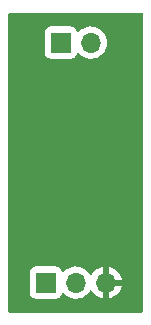
<source format=gbr>
%TF.GenerationSoftware,KiCad,Pcbnew,6.0.2+dfsg-1*%
%TF.CreationDate,2022-12-19T10:39:50-05:00*%
%TF.ProjectId,mosfet-test-board,6d6f7366-6574-42d7-9465-73742d626f61,rev?*%
%TF.SameCoordinates,Original*%
%TF.FileFunction,Copper,L2,Bot*%
%TF.FilePolarity,Positive*%
%FSLAX46Y46*%
G04 Gerber Fmt 4.6, Leading zero omitted, Abs format (unit mm)*
G04 Created by KiCad (PCBNEW 6.0.2+dfsg-1) date 2022-12-19 10:39:50*
%MOMM*%
%LPD*%
G01*
G04 APERTURE LIST*
%TA.AperFunction,ComponentPad*%
%ADD10R,1.700000X1.700000*%
%TD*%
%TA.AperFunction,ComponentPad*%
%ADD11O,1.700000X1.700000*%
%TD*%
%TA.AperFunction,ViaPad*%
%ADD12C,0.800000*%
%TD*%
G04 APERTURE END LIST*
D10*
%TO.P,J2,1,Pin_1*%
%TO.N,+12V*%
X66675000Y-86995000D03*
D11*
%TO.P,J2,2,Pin_2*%
%TO.N,PWM_IN_1*%
X69215000Y-86995000D03*
%TO.P,J2,3,Pin_3*%
%TO.N,GND*%
X71755000Y-86995000D03*
%TD*%
D10*
%TO.P,J1,1,Pin_1*%
%TO.N,+12V*%
X67945000Y-66675000D03*
D11*
%TO.P,J1,2,Pin_2*%
%TO.N,PWM_OUT_1*%
X70485000Y-66675000D03*
%TD*%
D12*
%TO.N,GND*%
X73660000Y-77470000D03*
X73660000Y-79375000D03*
X69850000Y-79375000D03*
X69850000Y-77470000D03*
%TD*%
%TA.AperFunction,Conductor*%
%TO.N,GND*%
G36*
X74872121Y-64155002D02*
G01*
X74918614Y-64208658D01*
X74930000Y-64261000D01*
X74930000Y-89409000D01*
X74909998Y-89477121D01*
X74856342Y-89523614D01*
X74804000Y-89535000D01*
X63626000Y-89535000D01*
X63557879Y-89514998D01*
X63511386Y-89461342D01*
X63500000Y-89409000D01*
X63500000Y-87893134D01*
X65316500Y-87893134D01*
X65323255Y-87955316D01*
X65374385Y-88091705D01*
X65461739Y-88208261D01*
X65578295Y-88295615D01*
X65714684Y-88346745D01*
X65776866Y-88353500D01*
X67573134Y-88353500D01*
X67635316Y-88346745D01*
X67771705Y-88295615D01*
X67888261Y-88208261D01*
X67975615Y-88091705D01*
X67997799Y-88032529D01*
X68019598Y-87974382D01*
X68062240Y-87917618D01*
X68128802Y-87892918D01*
X68198150Y-87908126D01*
X68232817Y-87936114D01*
X68261250Y-87968938D01*
X68433126Y-88111632D01*
X68626000Y-88224338D01*
X68834692Y-88304030D01*
X68839760Y-88305061D01*
X68839763Y-88305062D01*
X68934862Y-88324410D01*
X69053597Y-88348567D01*
X69058772Y-88348757D01*
X69058774Y-88348757D01*
X69271673Y-88356564D01*
X69271677Y-88356564D01*
X69276837Y-88356753D01*
X69281957Y-88356097D01*
X69281959Y-88356097D01*
X69493288Y-88329025D01*
X69493289Y-88329025D01*
X69498416Y-88328368D01*
X69503366Y-88326883D01*
X69707429Y-88265661D01*
X69707434Y-88265659D01*
X69712384Y-88264174D01*
X69912994Y-88165896D01*
X70094860Y-88036173D01*
X70253096Y-87878489D01*
X70383453Y-87697077D01*
X70384640Y-87697930D01*
X70431960Y-87654362D01*
X70501897Y-87642145D01*
X70567338Y-87669678D01*
X70595166Y-87701511D01*
X70652694Y-87795388D01*
X70658777Y-87803699D01*
X70798213Y-87964667D01*
X70805580Y-87971883D01*
X70969434Y-88107916D01*
X70977881Y-88113831D01*
X71161756Y-88221279D01*
X71171042Y-88225729D01*
X71370001Y-88301703D01*
X71379899Y-88304579D01*
X71483250Y-88325606D01*
X71497299Y-88324410D01*
X71501000Y-88314065D01*
X71501000Y-88313517D01*
X72009000Y-88313517D01*
X72013064Y-88327359D01*
X72026478Y-88329393D01*
X72033184Y-88328534D01*
X72043262Y-88326392D01*
X72247255Y-88265191D01*
X72256842Y-88261433D01*
X72448095Y-88167739D01*
X72456945Y-88162464D01*
X72630328Y-88038792D01*
X72638200Y-88032139D01*
X72789052Y-87881812D01*
X72795730Y-87873965D01*
X72920003Y-87701020D01*
X72925313Y-87692183D01*
X73019670Y-87501267D01*
X73023469Y-87491672D01*
X73085377Y-87287910D01*
X73087555Y-87277837D01*
X73088986Y-87266962D01*
X73086775Y-87252778D01*
X73073617Y-87249000D01*
X72027115Y-87249000D01*
X72011876Y-87253475D01*
X72010671Y-87254865D01*
X72009000Y-87262548D01*
X72009000Y-88313517D01*
X71501000Y-88313517D01*
X71501000Y-86722885D01*
X72009000Y-86722885D01*
X72013475Y-86738124D01*
X72014865Y-86739329D01*
X72022548Y-86741000D01*
X73073344Y-86741000D01*
X73086875Y-86737027D01*
X73088180Y-86727947D01*
X73046214Y-86560875D01*
X73042894Y-86551124D01*
X72957972Y-86355814D01*
X72953105Y-86346739D01*
X72837426Y-86167926D01*
X72831136Y-86159757D01*
X72687806Y-86002240D01*
X72680273Y-85995215D01*
X72513139Y-85863222D01*
X72504552Y-85857517D01*
X72318117Y-85754599D01*
X72308705Y-85750369D01*
X72107959Y-85679280D01*
X72097988Y-85676646D01*
X72026837Y-85663972D01*
X72013540Y-85665432D01*
X72009000Y-85679989D01*
X72009000Y-86722885D01*
X71501000Y-86722885D01*
X71501000Y-85678102D01*
X71497082Y-85664758D01*
X71482806Y-85662771D01*
X71444324Y-85668660D01*
X71434288Y-85671051D01*
X71231868Y-85737212D01*
X71222359Y-85741209D01*
X71033463Y-85839542D01*
X71024738Y-85845036D01*
X70854433Y-85972905D01*
X70846726Y-85979748D01*
X70699590Y-86133717D01*
X70693109Y-86141722D01*
X70588498Y-86295074D01*
X70533587Y-86340076D01*
X70463062Y-86348247D01*
X70399315Y-86316993D01*
X70378618Y-86292509D01*
X70297822Y-86167617D01*
X70297820Y-86167614D01*
X70295014Y-86163277D01*
X70144670Y-85998051D01*
X70140619Y-85994852D01*
X70140615Y-85994848D01*
X69973414Y-85862800D01*
X69973410Y-85862798D01*
X69969359Y-85859598D01*
X69933028Y-85839542D01*
X69917136Y-85830769D01*
X69773789Y-85751638D01*
X69768920Y-85749914D01*
X69768916Y-85749912D01*
X69568087Y-85678795D01*
X69568083Y-85678794D01*
X69563212Y-85677069D01*
X69558119Y-85676162D01*
X69558116Y-85676161D01*
X69348373Y-85638800D01*
X69348367Y-85638799D01*
X69343284Y-85637894D01*
X69269452Y-85636992D01*
X69125081Y-85635228D01*
X69125079Y-85635228D01*
X69119911Y-85635165D01*
X68899091Y-85668955D01*
X68686756Y-85738357D01*
X68488607Y-85841507D01*
X68484474Y-85844610D01*
X68484471Y-85844612D01*
X68314100Y-85972530D01*
X68309965Y-85975635D01*
X68253537Y-86034684D01*
X68229283Y-86060064D01*
X68167759Y-86095494D01*
X68096846Y-86092037D01*
X68039060Y-86050791D01*
X68020207Y-86017243D01*
X67978767Y-85906703D01*
X67975615Y-85898295D01*
X67888261Y-85781739D01*
X67771705Y-85694385D01*
X67635316Y-85643255D01*
X67573134Y-85636500D01*
X65776866Y-85636500D01*
X65714684Y-85643255D01*
X65578295Y-85694385D01*
X65461739Y-85781739D01*
X65374385Y-85898295D01*
X65323255Y-86034684D01*
X65316500Y-86096866D01*
X65316500Y-87893134D01*
X63500000Y-87893134D01*
X63500000Y-67573134D01*
X66586500Y-67573134D01*
X66593255Y-67635316D01*
X66644385Y-67771705D01*
X66731739Y-67888261D01*
X66848295Y-67975615D01*
X66984684Y-68026745D01*
X67046866Y-68033500D01*
X68843134Y-68033500D01*
X68905316Y-68026745D01*
X69041705Y-67975615D01*
X69158261Y-67888261D01*
X69245615Y-67771705D01*
X69267799Y-67712529D01*
X69289598Y-67654382D01*
X69332240Y-67597618D01*
X69398802Y-67572918D01*
X69468150Y-67588126D01*
X69502817Y-67616114D01*
X69531250Y-67648938D01*
X69703126Y-67791632D01*
X69896000Y-67904338D01*
X70104692Y-67984030D01*
X70109760Y-67985061D01*
X70109763Y-67985062D01*
X70217017Y-68006883D01*
X70323597Y-68028567D01*
X70328772Y-68028757D01*
X70328774Y-68028757D01*
X70541673Y-68036564D01*
X70541677Y-68036564D01*
X70546837Y-68036753D01*
X70551957Y-68036097D01*
X70551959Y-68036097D01*
X70763288Y-68009025D01*
X70763289Y-68009025D01*
X70768416Y-68008368D01*
X70773366Y-68006883D01*
X70977429Y-67945661D01*
X70977434Y-67945659D01*
X70982384Y-67944174D01*
X71182994Y-67845896D01*
X71364860Y-67716173D01*
X71523096Y-67558489D01*
X71653453Y-67377077D01*
X71752430Y-67176811D01*
X71817370Y-66963069D01*
X71846529Y-66741590D01*
X71848156Y-66675000D01*
X71829852Y-66452361D01*
X71775431Y-66235702D01*
X71686354Y-66030840D01*
X71565014Y-65843277D01*
X71414670Y-65678051D01*
X71410619Y-65674852D01*
X71410615Y-65674848D01*
X71243414Y-65542800D01*
X71243410Y-65542798D01*
X71239359Y-65539598D01*
X71043789Y-65431638D01*
X71038920Y-65429914D01*
X71038916Y-65429912D01*
X70838087Y-65358795D01*
X70838083Y-65358794D01*
X70833212Y-65357069D01*
X70828119Y-65356162D01*
X70828116Y-65356161D01*
X70618373Y-65318800D01*
X70618367Y-65318799D01*
X70613284Y-65317894D01*
X70539452Y-65316992D01*
X70395081Y-65315228D01*
X70395079Y-65315228D01*
X70389911Y-65315165D01*
X70169091Y-65348955D01*
X69956756Y-65418357D01*
X69758607Y-65521507D01*
X69754474Y-65524610D01*
X69754471Y-65524612D01*
X69584100Y-65652530D01*
X69579965Y-65655635D01*
X69523537Y-65714684D01*
X69499283Y-65740064D01*
X69437759Y-65775494D01*
X69366846Y-65772037D01*
X69309060Y-65730791D01*
X69290207Y-65697243D01*
X69248767Y-65586703D01*
X69245615Y-65578295D01*
X69158261Y-65461739D01*
X69041705Y-65374385D01*
X68905316Y-65323255D01*
X68843134Y-65316500D01*
X67046866Y-65316500D01*
X66984684Y-65323255D01*
X66848295Y-65374385D01*
X66731739Y-65461739D01*
X66644385Y-65578295D01*
X66593255Y-65714684D01*
X66586500Y-65776866D01*
X66586500Y-67573134D01*
X63500000Y-67573134D01*
X63500000Y-64261000D01*
X63520002Y-64192879D01*
X63573658Y-64146386D01*
X63626000Y-64135000D01*
X74804000Y-64135000D01*
X74872121Y-64155002D01*
G37*
%TD.AperFunction*%
%TD*%
M02*

</source>
